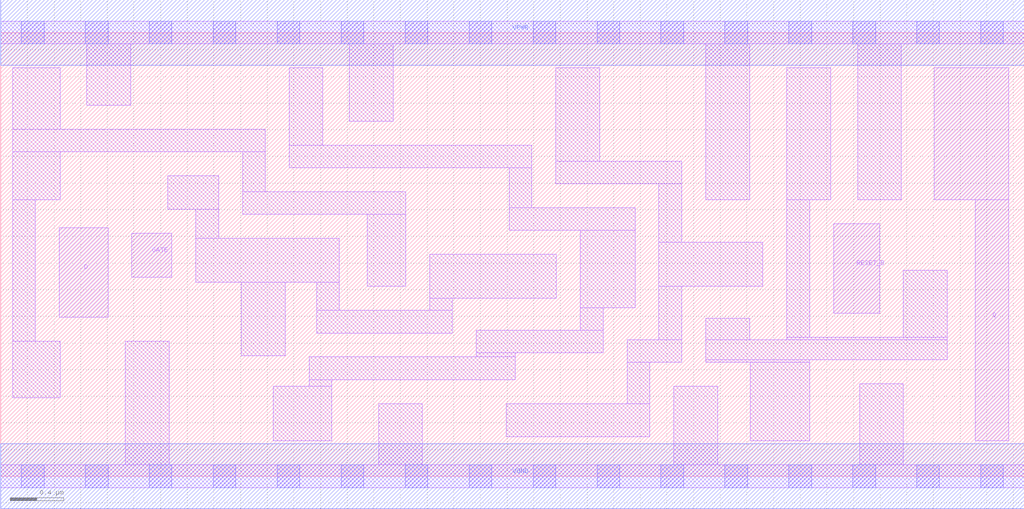
<source format=lef>
# Copyright 2020 The SkyWater PDK Authors
#
# Licensed under the Apache License, Version 2.0 (the "License");
# you may not use this file except in compliance with the License.
# You may obtain a copy of the License at
#
#     https://www.apache.org/licenses/LICENSE-2.0
#
# Unless required by applicable law or agreed to in writing, software
# distributed under the License is distributed on an "AS IS" BASIS,
# WITHOUT WARRANTIES OR CONDITIONS OF ANY KIND, either express or implied.
# See the License for the specific language governing permissions and
# limitations under the License.
#
# SPDX-License-Identifier: Apache-2.0

VERSION 5.7 ;
  NAMESCASESENSITIVE ON ;
  NOWIREEXTENSIONATPIN ON ;
  DIVIDERCHAR "/" ;
  BUSBITCHARS "[]" ;
UNITS
  DATABASE MICRONS 200 ;
END UNITS
MACRO sky130_fd_sc_lp__dlrtp_lp2
  CLASS CORE ;
  FOREIGN sky130_fd_sc_lp__dlrtp_lp2 ;
  ORIGIN  0.000000  0.000000 ;
  SIZE  7.680000 BY  3.330000 ;
  SYMMETRY X Y R90 ;
  SITE unit ;
  PIN D
    ANTENNAGATEAREA  0.376000 ;
    DIRECTION INPUT ;
    USE SIGNAL ;
    PORT
      LAYER li1 ;
        RECT 0.440000 1.195000 0.805000 1.865000 ;
    END
  END D
  PIN Q
    ANTENNADIFFAREA  0.404700 ;
    DIRECTION OUTPUT ;
    USE SIGNAL ;
    PORT
      LAYER li1 ;
        RECT 7.005000 2.075000 7.565000 3.065000 ;
        RECT 7.315000 0.265000 7.565000 2.075000 ;
    END
  END Q
  PIN RESET_B
    ANTENNAGATEAREA  0.313000 ;
    DIRECTION INPUT ;
    USE SIGNAL ;
    PORT
      LAYER li1 ;
        RECT 6.250000 1.225000 6.595000 1.895000 ;
    END
  END RESET_B
  PIN GATE
    ANTENNAGATEAREA  0.376000 ;
    DIRECTION INPUT ;
    USE CLOCK ;
    PORT
      LAYER li1 ;
        RECT 0.985000 1.495000 1.285000 1.825000 ;
    END
  END GATE
  PIN VGND
    DIRECTION INOUT ;
    USE GROUND ;
    PORT
      LAYER met1 ;
        RECT 0.000000 -0.245000 7.680000 0.245000 ;
    END
  END VGND
  PIN VPWR
    DIRECTION INOUT ;
    USE POWER ;
    PORT
      LAYER met1 ;
        RECT 0.000000 3.085000 7.680000 3.575000 ;
    END
  END VPWR
  OBS
    LAYER li1 ;
      RECT 0.000000 -0.085000 7.680000 0.085000 ;
      RECT 0.000000  3.245000 7.680000 3.415000 ;
      RECT 0.090000  0.590000 0.445000 1.015000 ;
      RECT 0.090000  1.015000 0.260000 2.075000 ;
      RECT 0.090000  2.075000 0.445000 2.435000 ;
      RECT 0.090000  2.435000 1.985000 2.605000 ;
      RECT 0.090000  2.605000 0.445000 3.065000 ;
      RECT 0.645000  2.785000 0.975000 3.245000 ;
      RECT 0.935000  0.085000 1.265000 1.015000 ;
      RECT 1.255000  2.005000 1.635000 2.255000 ;
      RECT 1.465000  1.455000 2.540000 1.785000 ;
      RECT 1.465000  1.785000 1.635000 2.005000 ;
      RECT 1.805000  0.905000 2.135000 1.455000 ;
      RECT 1.815000  1.965000 3.040000 2.135000 ;
      RECT 1.815000  2.135000 1.985000 2.435000 ;
      RECT 2.045000  0.265000 2.485000 0.675000 ;
      RECT 2.165000  2.315000 3.985000 2.485000 ;
      RECT 2.165000  2.485000 2.415000 3.065000 ;
      RECT 2.315000  0.675000 2.485000 0.725000 ;
      RECT 2.315000  0.725000 3.860000 0.895000 ;
      RECT 2.370000  1.075000 3.390000 1.245000 ;
      RECT 2.370000  1.245000 2.540000 1.455000 ;
      RECT 2.615000  2.665000 2.945000 3.245000 ;
      RECT 2.750000  1.425000 3.040000 1.965000 ;
      RECT 2.835000  0.085000 3.165000 0.545000 ;
      RECT 3.220000  1.245000 3.390000 1.335000 ;
      RECT 3.220000  1.335000 4.170000 1.665000 ;
      RECT 3.570000  0.895000 3.860000 0.925000 ;
      RECT 3.570000  0.925000 4.520000 1.095000 ;
      RECT 3.795000  0.295000 4.870000 0.545000 ;
      RECT 3.815000  1.845000 4.760000 2.015000 ;
      RECT 3.815000  2.015000 3.985000 2.315000 ;
      RECT 4.165000  2.195000 5.110000 2.365000 ;
      RECT 4.165000  2.365000 4.495000 3.065000 ;
      RECT 4.350000  1.095000 4.520000 1.265000 ;
      RECT 4.350000  1.265000 4.760000 1.845000 ;
      RECT 4.700000  0.545000 4.870000 0.855000 ;
      RECT 4.700000  0.855000 5.110000 1.025000 ;
      RECT 4.940000  1.025000 5.110000 1.425000 ;
      RECT 4.940000  1.425000 5.720000 1.755000 ;
      RECT 4.940000  1.755000 5.110000 2.195000 ;
      RECT 5.050000  0.085000 5.380000 0.675000 ;
      RECT 5.290000  0.855000 6.070000 0.875000 ;
      RECT 5.290000  0.875000 7.105000 1.025000 ;
      RECT 5.290000  1.025000 5.620000 1.185000 ;
      RECT 5.290000  2.075000 5.620000 3.245000 ;
      RECT 5.625000  0.265000 6.070000 0.855000 ;
      RECT 5.900000  1.025000 7.105000 1.045000 ;
      RECT 5.900000  1.045000 6.070000 2.075000 ;
      RECT 5.900000  2.075000 6.230000 3.065000 ;
      RECT 6.430000  2.075000 6.760000 3.245000 ;
      RECT 6.445000  0.085000 6.775000 0.695000 ;
      RECT 6.775000  1.045000 7.105000 1.545000 ;
    LAYER mcon ;
      RECT 0.155000 -0.085000 0.325000 0.085000 ;
      RECT 0.155000  3.245000 0.325000 3.415000 ;
      RECT 0.635000 -0.085000 0.805000 0.085000 ;
      RECT 0.635000  3.245000 0.805000 3.415000 ;
      RECT 1.115000 -0.085000 1.285000 0.085000 ;
      RECT 1.115000  3.245000 1.285000 3.415000 ;
      RECT 1.595000 -0.085000 1.765000 0.085000 ;
      RECT 1.595000  3.245000 1.765000 3.415000 ;
      RECT 2.075000 -0.085000 2.245000 0.085000 ;
      RECT 2.075000  3.245000 2.245000 3.415000 ;
      RECT 2.555000 -0.085000 2.725000 0.085000 ;
      RECT 2.555000  3.245000 2.725000 3.415000 ;
      RECT 3.035000 -0.085000 3.205000 0.085000 ;
      RECT 3.035000  3.245000 3.205000 3.415000 ;
      RECT 3.515000 -0.085000 3.685000 0.085000 ;
      RECT 3.515000  3.245000 3.685000 3.415000 ;
      RECT 3.995000 -0.085000 4.165000 0.085000 ;
      RECT 3.995000  3.245000 4.165000 3.415000 ;
      RECT 4.475000 -0.085000 4.645000 0.085000 ;
      RECT 4.475000  3.245000 4.645000 3.415000 ;
      RECT 4.955000 -0.085000 5.125000 0.085000 ;
      RECT 4.955000  3.245000 5.125000 3.415000 ;
      RECT 5.435000 -0.085000 5.605000 0.085000 ;
      RECT 5.435000  3.245000 5.605000 3.415000 ;
      RECT 5.915000 -0.085000 6.085000 0.085000 ;
      RECT 5.915000  3.245000 6.085000 3.415000 ;
      RECT 6.395000 -0.085000 6.565000 0.085000 ;
      RECT 6.395000  3.245000 6.565000 3.415000 ;
      RECT 6.875000 -0.085000 7.045000 0.085000 ;
      RECT 6.875000  3.245000 7.045000 3.415000 ;
      RECT 7.355000 -0.085000 7.525000 0.085000 ;
      RECT 7.355000  3.245000 7.525000 3.415000 ;
  END
END sky130_fd_sc_lp__dlrtp_lp2
END LIBRARY

</source>
